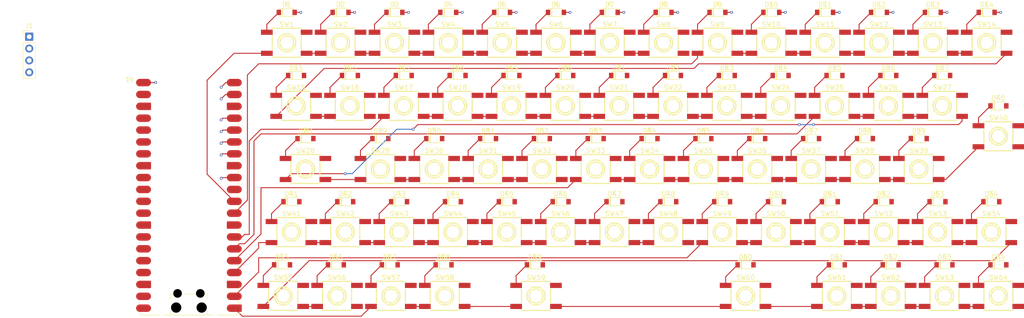
<source format=kicad_pcb>
(kicad_pcb (version 20241229) (generator "pcbnew") (generator_version "9.0")
  (layers (0 "F.Cu" signal) (2 "B.Cu" signal) (13 "F.Paste" user) (15 "B.Paste" user) (5 "F.SilkS" user "F.Silkscreen") (7 "B.SilkS" user "B.Silkscreen") (1 "F.Mask" user) (3 "B.Mask" user) (25 "Edge.Cuts" user))
  (net 0 "")
  (net 1 "Net-(A1-GPIO14)")
  (net 2 "Net-(A1-GPIO13)")
  (net 4 "Net-(A1-GPIO1)")
  (net 5 "Net-(A1-GPIO2)")
  (net 7 "Net-(A1-GPIO0)")
  (net 12 "Net-(A1-GPIO16)")
  (net 13 "Net-(A1-GPIO18)")
  (net 15 "Net-(A1-GPIO5)")
  (net 16 "Net-(A1-GPIO7)")
  (net 17 "Net-(A1-GPIO11)")
  (net 18 "Net-(A1-GPIO15)")
  (net 19 "Net-(A1-GPIO9)")
  (net 20 "Net-(A1-GPIO19)")
  (net 21 "Net-(A1-GPIO10)")
  (net 23 "Net-(A1-GPIO4)")
  (net 26 "Net-(A1-GPIO12)")
  (net 27 "Net-(A1-GPIO3)")
  (net 29 "Net-(A1-GPIO6)")
  (net 31 "Net-(A1-3V3)")
  (net 32 "Net-(D1-K)")
  (net 33 "Net-(D2-K)")
  (net 34 "Net-(D3-K)")
  (net 35 "Net-(D4-K)")
  (net 36 "Net-(D5-K)")
  (net 37 "Net-(D6-K)")
  (net 38 "Net-(D7-K)")
  (net 39 "Net-(D8-K)")
  (net 40 "Net-(D9-K)")
  (net 41 "Net-(D10-K)")
  (net 42 "Net-(D11-K)")
  (net 43 "Net-(D12-K)")
  (net 44 "Net-(D13-K)")
  (net 45 "Net-(D14-K)")
  (net 46 "Net-(D15-K)")
  (net 47 "Net-(D16-K)")
  (net 48 "Net-(D17-K)")
  (net 49 "Net-(D18-K)")
  (net 50 "Net-(D19-K)")
  (net 51 "Net-(D20-K)")
  (net 52 "Net-(D21-K)")
  (net 53 "Net-(D22-K)")
  (net 54 "Net-(D23-K)")
  (net 55 "Net-(D24-K)")
  (net 56 "Net-(D25-K)")
  (net 57 "Net-(D26-K)")
  (net 58 "Net-(D27-K)")
  (net 59 "Net-(D28-K)")
  (net 60 "Net-(D29-K)")
  (net 61 "Net-(D30-K)")
  (net 62 "Net-(D31-K)")
  (net 63 "Net-(D32-K)")
  (net 64 "Net-(D33-K)")
  (net 65 "Net-(D34-K)")
  (net 66 "Net-(D35-K)")
  (net 67 "Net-(D36-K)")
  (net 68 "Net-(D37-K)")
  (net 69 "Net-(D38-K)")
  (net 70 "Net-(D39-K)")
  (net 71 "Net-(D40-K)")
  (net 72 "Net-(D41-K)")
  (net 73 "Net-(D42-K)")
  (net 74 "Net-(D43-K)")
  (net 75 "Net-(D44-K)")
  (net 76 "Net-(D45-K)")
  (net 77 "Net-(D46-K)")
  (net 78 "Net-(D47-K)")
  (net 79 "Net-(D48-K)")
  (net 80 "Net-(D49-K)")
  (net 81 "Net-(D50-K)")
  (net 82 "Net-(D51-K)")
  (net 83 "Net-(D52-K)")
  (net 84 "Net-(D53-K)")
  (net 85 "Net-(D54-K)")
  (net 86 "Net-(D55-K)")
  (net 87 "Net-(D56-K)")
  (net 88 "Net-(D57-K)")
  (net 89 "Net-(D58-K)")
  (net 90 "Net-(D59-K)")
  (net 91 "Net-(D60-K)")
  (net 92 "Net-(D61-K)")
  (net 93 "Net-(D63-K)")
  (net 94 "Net-(D64-K)")
  (net 95 "Net-(D62-K)")
  (net 96 "Net-(J1-Pin_1)")
  (net 100 "Net-(SW1-Pad4)")
  (net 101 "Net-(SW2-Pad4)")
  (net 103 "Net-(SW3-Pad4)")
  (net 105 "Net-(SW4-Pad4)")
  (net 107 "Net-(SW5-Pad4)")
  (net 109 "Net-(SW6-Pad4)")
  (net 111 "Net-(SW7-Pad4)")
  (net 115 "Net-(SW10-Pad3)")
  (net 118 "Net-(SW10-Pad4)")
  (net 119 "Net-(SW11-Pad4)")
  (net 122 "Net-(SW12-Pad4)")
  (net 123 "Net-(SW13-Pad4)")
  (net 126 "Net-(SW14-Pad4)")
  (net 128 "Net-(SW15-Pad4)")
  (net 132 "Net-(SW17-Pad4)")
  (net 133 "Net-(SW18-Pad4)")
  (net 136 "Net-(SW19-Pad4)")
  (net 137 "Net-(SW20-Pad4)")
  (net 139 "Net-(SW21-Pad4)")
  (net 141 "Net-(SW22-Pad4)")
  (net 144 "Net-(SW23-Pad4)")
  (net 148 "Net-(SW25-Pad4)")
  (net 149 "Net-(SW26-Pad4)")
  (net 152 "Net-(SW27-Pad4)")
  (net 154 "Net-(SW28-Pad4)")
  (net 155 "Net-(SW29-Pad4)")
  (net 158 "Net-(SW30-Pad4)")
  (net 159 "Net-(SW31-Pad4)")
  (net 164 "Net-(SW33-Pad4)")
  (net 165 "Net-(SW34-Pad4)")
  (net 167 "Net-(SW35-Pad4)")
  (net 169 "Net-(SW36-Pad4)")
  (net 172 "Net-(SW37-Pad4)")
  (net 173 "Net-(SW38-Pad4)")
  (net 175 "Net-(SW39-Pad4)")
  (net 180 "Net-(SW41-Pad4)")
  (net 181 "Net-(SW42-Pad4)")
  (net 183 "Net-(SW43-Pad4)")
  (net 185 "Net-(SW44-Pad4)")
  (net 188 "Net-(SW45-Pad4)")
  (net 190 "Net-(SW46-Pad4)")
  (net 191 "Net-(SW47-Pad4)")
  (net 195 "Net-(SW49-Pad4)")
  (net 198 "Net-(SW50-Pad4)")
  (net 199 "Net-(SW51-Pad4)")
  (net 201 "Net-(SW52-Pad4)")
  (net 203 "Net-(SW53-Pad4)")
  (net 206 "Net-(SW54-Pad4)")
  (net 208 "Net-(SW55-Pad4)")
  (net 211 "Net-(SW57-Pad4)")
  (net 214 "Net-(SW58-Pad4)")
  (net 216 "Net-(SW59-Pad4)")
  (net 217 "Net-(SW60-Pad4)")
  (net 219 "Net-(SW61-Pad4)")
  (net 222 "Net-(SW62-Pad4)")
  (net 223 "Net-(SW63-Pad4)")
  (footprint "Diode_SMD:SOD-123_L2.8-W1.8-LS3.7-RD" (layer "F.Cu") (at 114 61.5)
    (property "Reference" "D29")
    (property "Value" "1N4148")
  )
  (footprint "Diode_SMD:SOD-123_L2.8-W1.8-LS3.7-RD" (layer "F.Cu") (at 128.5 34.5)
    (property "Reference" "D4")
    (property "Value" "1N4148")
  )
  (footprint "Button_Switch_SMD:SW-SMD_4P-L6.2-W6.2-P4.50-LS8.6" (layer "F.Cu") (at 148.5 68.005)
    (property "Reference" "SW32")
    (property "Value" "SW_Push")
  )
  (footprint "Button_Switch_SMD:SW-SMD_4P-L6.2-W6.2-P4.50-LS8.6" (layer "F.Cu") (at 198.5 81.5)
    (property "Reference" "SW50")
    (property "Value" "SW_Push")
  )
  (footprint "Button_Switch_SMD:SW-SMD_4P-L6.2-W6.2-P4.50-LS8.6" (layer "F.Cu") (at 246 95.158)
    (property "Reference" "SW64")
    (property "Value" "SW_Push")
  )
  (footprint "Diode_SMD:SOD-123_L2.8-W1.8-LS3.7-RD" (layer "F.Cu") (at 96 48)
    (property "Reference" "D15")
    (property "Value" "1N4148")
  )
  (footprint "Diode_SMD:SOD-123_L2.8-W1.8-LS3.7-RD" (layer "F.Cu") (at 165 48)
    (property "Reference" "D21")
    (property "Value" "1N4148")
  )
  (footprint "Diode_SMD:SOD-123_L2.8-W1.8-LS3.7-RD" (layer "F.Cu") (at 221.5 75)
    (property "Reference" "D52")
    (property "Value" "1N4148")
  )
  (footprint "Button_Switch_SMD:SW-SMD_4P-L6.2-W6.2-P4.50-LS8.6" (layer "F.Cu") (at 211 54.5)
    (property "Reference" "SW25")
    (property "Value" "SW_Push")
  )
  (footprint "Button_Switch_SMD:SW-SMD_4P-L6.2-W6.2-P4.50-LS8.6" (layer "F.Cu") (at 116.25 95.158)
    (property "Reference" "SW57")
    (property "Value" "SW_Push")
  )
  (footprint "Diode_SMD:SOD-123_L2.8-W1.8-LS3.7-RD" (layer "F.Cu") (at 95 75)
    (property "Reference" "D41")
    (property "Value" "1N4148")
  )
  (footprint "Button_Switch_SMD:SW-SMD_4P-L6.2-W6.2-P4.50-LS8.6" (layer "F.Cu") (at 163 41)
    (property "Reference" "SW7")
    (property "Value" "SW_Push")
  )
  (footprint "Button_Switch_SMD:SW-SMD_4P-L6.2-W6.2-P4.50-LS8.6" (layer "F.Cu") (at 220.5 41)
    (property "Reference" "SW12")
    (property "Value" "SW_Push")
  )
  (footprint "Diode_SMD:SOD-123_L2.8-W1.8-LS3.7-RD" (layer "F.Cu") (at 175.5 75)
    (property "Reference" "D48")
    (property "Value" "1N4148")
  )
  (footprint "Diode_SMD:SOD-123_L2.8-W1.8-LS3.7-RD" (layer "F.Cu") (at 206 61.5)
    (property "Reference" "D37")
    (property "Value" "1N4148")
  )
  (footprint "Button_Switch_SMD:SW-SMD_4P-L6.2-W6.2-P4.50-LS8.6" (layer "F.Cu") (at 223 95.158)
    (property "Reference" "SW62")
    (property "Value" "SW_Push")
  )
  (footprint "Diode_SMD:SOD-123_L2.8-W1.8-LS3.7-RD" (layer "F.Cu") (at 130.5 48)
    (property "Reference" "D18")
    (property "Value" "1N4148")
  )
  (footprint "Diode_SMD:SOD-123_L2.8-W1.8-LS3.7-RD" (layer "F.Cu") (at 244.5 75)
    (property "Reference" "D54")
    (property "Value" "1N4148")
  )
  (footprint "Button_Switch_SMD:SW-SMD_4P-L6.2-W6.2-P4.50-LS8.6" (layer "F.Cu") (at 165 54.5)
    (property "Reference" "SW21")
    (property "Value" "SW_Push")
  )
  (footprint "Button_Switch_SMD:SW-SMD_4P-L6.2-W6.2-P4.50-LS8.6" (layer "F.Cu") (at 175.5 81.5)
    (property "Reference" "SW48")
    (property "Value" "SW_Push")
  )
  (footprint "Diode_SMD:SOD-123_L2.8-W1.8-LS3.7-RD" (layer "F.Cu") (at 118 75)
    (property "Reference" "D43")
    (property "Value" "1N4148")
  )
  (footprint "Diode_SMD:SOD-123_L2.8-W1.8-LS3.7-RD" (layer "F.Cu") (at 129.5 75)
    (property "Reference" "D44")
    (property "Value" "1N4148")
  )
  (footprint "Diode_SMD:SOD-123_L2.8-W1.8-LS3.7-RD" (layer "F.Cu") (at 164 75)
    (property "Reference" "D47")
    (property "Value" "1N4148")
  )
  (footprint "Button_Switch_SMD:SW-SMD_4P-L6.2-W6.2-P4.50-LS8.6" (layer "F.Cu") (at 244.5 81.5)
    (property "Reference" "SW54")
    (property "Value" "SW_Push")
  )
  (footprint "Diode_SMD:SOD-123_L2.8-W1.8-LS3.7-RD" (layer "F.Cu") (at 141 75)
    (property "Reference" "D45")
    (property "Value" "1N4148")
  )
  (footprint "Button_Switch_SMD:SW-SMD_4P-L6.2-W6.2-P4.50-LS8.6" (layer "F.Cu") (at 243.5 41)
    (property "Reference" "SW14")
    (property "Value" "SW_Push")
  )
  (footprint "Button_Switch_SMD:SW-SMD_4P-L6.2-W6.2-P4.50-LS8.6" (layer "F.Cu") (at 141 81.5)
    (property "Reference" "SW45")
    (property "Value" "SW_Push")
  )
  (footprint "Diode_SMD:SOD-123_L2.8-W1.8-LS3.7-RD" (layer "F.Cu") (at 209 34.5)
    (property "Reference" "D11")
    (property "Value" "1N4148")
  )
  (footprint "Diode_SMD:SOD-123_L2.8-W1.8-LS3.7-RD" (layer "F.Cu") (at 93 88.5)
    (property "Reference" "D55")
    (property "Value" "1N4148")
  )
  (footprint "Button_Switch_SMD:SW-SMD_4P-L6.2-W6.2-P4.50-LS8.6" (layer "F.Cu") (at 209 41)
    (property "Reference" "SW11")
    (property "Value" "SW_Push")
  )
  (footprint "Diode_SMD:SOD-123_L2.8-W1.8-LS3.7-RD" (layer "F.Cu") (at 188 48)
    (property "Reference" "D23")
    (property "Value" "1N4148")
  )
  (footprint "Button_Switch_SMD:SW-SMD_4P-L6.2-W6.2-P4.50-LS8.6" (layer "F.Cu") (at 137 68.005)
    (property "Reference" "SW31")
    (property "Value" "SW_Push")
  )
  (footprint "Button_Switch_SMD:SW-SMD_4P-L6.2-W6.2-P4.50-LS8.6" (layer "F.Cu") (at 107.5 54.5)
    (property "Reference" "SW16")
    (property "Value" "SW_Push")
  )
  (footprint "Button_Switch_SMD:SW-SMD_4P-L6.2-W6.2-P4.50-LS8.6" (layer "F.Cu") (at 221.5 81.5)
    (property "Reference" "SW52")
    (property "Value" "SW_Push")
  )
  (footprint "Button_Switch_SMD:SW-SMD_4P-L6.2-W6.2-P4.50-LS8.6" (layer "F.Cu") (at 206 68.005)
    (property "Reference" "SW37")
    (property "Value" "SW_Push")
  )
  (footprint "Diode_SMD:SOD-123_L2.8-W1.8-LS3.7-RD" (layer "F.Cu") (at 186 34.5)
    (property "Reference" "D9")
    (property "Value" "1N4148")
  )
  (footprint "Button_Switch_SMD:SW-SMD_4P-L6.2-W6.2-P4.50-LS8.6" (layer "F.Cu") (at 174.5 41)
    (property "Reference" "SW8")
    (property "Value" "SW_Push")
  )
  (footprint "Diode_SMD:SOD-123_L2.8-W1.8-LS3.7-RD" (layer "F.Cu") (at 223 88.5)
    (property "Reference" "D62")
    (property "Value" "1N4148")
  )
  (footprint "Diode_SMD:SOD-123_L2.8-W1.8-LS3.7-RD" (layer "F.Cu") (at 106.5 75)
    (property "Reference" "D42")
    (property "Value" "1N4148")
  )
  (footprint "Button_Switch_SMD:SW-SMD_4P-L6.2-W6.2-P4.50-LS8.6" (layer "F.Cu") (at 153.5 54.5)
    (property "Reference" "SW20")
    (property "Value" "SW_Push")
  )
  (footprint "Button_Switch_SMD:SW-SMD_4P-L6.2-W6.2-P4.50-LS8.6" (layer "F.Cu") (at 176.5 54.5)
    (property "Reference" "SW22")
    (property "Value" "SW_Push")
  )
  (footprint "Diode_SMD:SOD-123_L2.8-W1.8-LS3.7-RD" (layer "F.Cu") (at 151.5 34.5)
    (property "Reference" "D6")
    (property "Value" "1N4148")
  )
  (footprint "Button_Switch_SMD:SW-SMD_4P-L6.2-W6.2-P4.50-LS8.6" (layer "F.Cu") (at 222.5 54.5)
    (property "Reference" "SW26")
    (property "Value" "SW_Push")
  )
  (footprint "Button_Switch_SMD:SW-SMD_4P-L6.2-W6.2-P4.50-LS8.6" (layer "F.Cu") (at 211.5 95.158)
    (property "Reference" "SW61")
    (property "Value" "SW_Push")
  )
  (footprint "Button_Switch_SMD:SW-SMD_4P-L6.2-W6.2-P4.50-LS8.6" (layer "F.Cu") (at 127.75 95.158)
    (property "Reference" "SW58")
    (property "Value" "SW_Push")
  )
  (footprint "Button_Switch_SMD:SW-SMD_4P-L6.2-W6.2-P4.50-LS8.6" (layer "F.Cu") (at 129.5 81.5)
    (property "Reference" "SW44")
    (property "Value" "SW_Push")
  )
  (footprint "Diode_SMD:SOD-123_L2.8-W1.8-LS3.7-RD" (layer "F.Cu") (at 98 61.5)
    (property "Reference" "D28")
    (property "Value" "1N4148")
  )
  (footprint "Diode_SMD:SOD-123_L2.8-W1.8-LS3.7-RD" (layer "F.Cu") (at 197.5 34.5)
    (property "Reference" "D10")
    (property "Value" "1N4148")
  )
  (footprint "Diode_SMD:SOD-123_L2.8-W1.8-LS3.7-RD" (layer "F.Cu") (at 211.5 88.5)
    (property "Reference" "D61")
    (property "Value" "1N4148")
  )
  (footprint "Button_Switch_SMD:SW-SMD_4P-L6.2-W6.2-P4.50-LS8.6" (layer "F.Cu") (at 183 68.005)
    (property "Reference" "SW35")
    (property "Value" "SW_Push")
  )
  (footprint "Diode_SMD:SOD-123_L2.8-W1.8-LS3.7-RD" (layer "F.Cu") (at 116 88.5)
    (property "Reference" "D57")
    (property "Value" "1N4148")
  )
  (footprint "Diode_SMD:SOD-123_L2.8-W1.8-LS3.7-RD" (layer "F.Cu") (at 148.5 61.5)
    (property "Reference" "D32")
    (property "Value" "1N4148")
  )
  (footprint "Diode_SMD:SOD-123_L2.8-W1.8-LS3.7-RD" (layer "F.Cu") (at 117 34.5)
    (property "Reference" "D3")
    (property "Value" "1N4148")
  )
  (footprint "Diode_SMD:SOD-123_L2.8-W1.8-LS3.7-RD" (layer "F.Cu") (at 243.5 34.5)
    (property "Reference" "D14")
    (property "Value" "1N4148")
  )
  (footprint "Button_Switch_SMD:SW-SMD_4P-L6.2-W6.2-P4.50-LS8.6" (layer "F.Cu") (at 234.5 95.158)
    (property "Reference" "SW63")
    (property "Value" "SW_Push")
  )
  (footprint "Button_Switch_SMD:SW-SMD_4P-L6.2-W6.2-P4.50-LS8.6" (layer "F.Cu") (at 93.25 95.158)
    (property "Reference" "SW55")
    (property "Value" "SW_Push")
  )
  (footprint "Diode_SMD:SOD-123_L2.8-W1.8-LS3.7-RD" (layer "F.Cu") (at 176.5 48)
    (property "Reference" "D22")
    (property "Value" "1N4148")
  )
  (footprint "Button_Switch_SMD:SW-SMD_4P-L6.2-W6.2-P4.50-LS8.6" (layer "F.Cu") (at 152.5 81.5)
    (property "Reference" "SW46")
    (property "Value" "SW_Push")
  )
  (footprint "Diode_SMD:SOD-123_L2.8-W1.8-LS3.7-RD" (layer "F.Cu") (at 210 75)
    (property "Reference" "D51")
    (property "Value" "1N4148")
  )
  (footprint "Diode_SMD:SOD-123_L2.8-W1.8-LS3.7-RD" (layer "F.Cu") (at 234.5 88.5)
    (property "Reference" "D63")
    (property "Value" "1N4148")
  )
  (footprint "Diode_SMD:SOD-123_L2.8-W1.8-LS3.7-RD" (layer "F.Cu") (at 107.5 48)
    (property "Reference" "D16")
    (property "Value" "1N4148")
  )
  (footprint "Diode_SMD:SOD-123_L2.8-W1.8-LS3.7-RD" (layer "F.Cu") (at 217.5 61.5)
    (property "Reference" "D38")
    (property "Value" "1N4148")
  )
  (footprint "Button_Switch_SMD:SW-SMD_4P-L6.2-W6.2-P4.50-LS8.6" (layer "F.Cu") (at 229 68.005)
    (property "Reference" "SW39")
    (property "Value" "SW_Push")
  )
  (footprint "Button_Switch_SMD:SW-SMD_4P-L6.2-W6.2-P4.50-LS8.6" (layer "F.Cu") (at 128.5 41)
    (property "Reference" "SW4")
    (property "Value" "SW_Push")
  )
  (footprint "Diode_SMD:SOD-123_L2.8-W1.8-LS3.7-RD" (layer "F.Cu") (at 142 48)
    (property "Reference" "D19")
    (property "Value" "1N4148")
  )
  (footprint "Diode_SMD:SOD-123_L2.8-W1.8-LS3.7-RD" (layer "F.Cu") (at 105.5 34.5)
    (property "Reference" "D2")
    (property "Value" "1N4148")
  )
  (footprint "Button_Switch_SMD:SW-SMD_4P-L6.2-W6.2-P4.50-LS8.6" (layer "F.Cu") (at 217.5 68.005)
    (property "Reference" "SW38")
    (property "Value" "SW_Push")
  )
  (footprint "Button_Switch_SMD:SW-SMD_4P-L6.2-W6.2-P4.50-LS8.6" (layer "F.Cu") (at 210 81.5)
    (property "Reference" "SW51")
    (property "Value" "SW_Push")
  )
  (footprint "Button_Switch_SMD:SW-SMD_4P-L6.2-W6.2-P4.50-LS8.6" (layer "F.Cu") (at 233 81.5)
    (property "Reference" "SW53")
    (property "Value" "SW_Push")
  )
  (footprint "Button_Switch_SMD:SW-SMD_4P-L6.2-W6.2-P4.50-LS8.6" (layer "F.Cu") (at 194.5 68.005)
    (property "Reference" "SW36")
    (property "Value" "SW_Push")
  )
  (footprint "Diode_SMD:SOD-123_L2.8-W1.8-LS3.7-RD" (layer "F.Cu") (at 192 88.5)
    (property "Reference" "D60")
    (property "Value" "1N4148")
  )
  (footprint "Button_Switch_SMD:SW-SMD_4P-L6.2-W6.2-P4.50-LS8.6" (layer "F.Cu") (at 142 54.5)
    (property "Reference" "SW19")
    (property "Value" "SW_Push")
  )
  (footprint "Button_Switch_SMD:SW-SMD_4P-L6.2-W6.2-P4.50-LS8.6" (layer "F.Cu") (at 186 41)
    (property "Reference" "SW9")
    (property "Value" "SW_Push")
  )
  (footprint "Button_Switch_SMD:SW-SMD_4P-L6.2-W6.2-P4.50-LS8.6" (layer "F.Cu") (at 192 95.158)
    (property "Reference" "SW60")
    (property "Value" "SW_Push")
  )
  (footprint "Diode_SMD:SOD-123_L2.8-W1.8-LS3.7-RD" (layer "F.Cu") (at 160 61.5)
    (property "Reference" "D33")
    (property "Value" "1N4148")
  )
  (footprint "Button_Switch_SMD:SW-SMD_4P-L6.2-W6.2-P4.50-LS8.6" (layer "F.Cu") (at 105.5 41)
    (property "Reference" "SW2")
    (property "Value" "SW_Push")
  )
  (footprint "Diode_SMD:SOD-123_L2.8-W1.8-LS3.7-RD" (layer "F.Cu") (at 153.5 48)
    (property "Reference" "D20")
    (property "Value" "1N4148")
  )
  (footprint "Button_Switch_SMD:SW-SMD_4P-L6.2-W6.2-P4.50-LS8.6" (layer "F.Cu") (at 117 41)
    (property "Reference" "SW3")
    (property "Value" "SW_Push")
  )
  (footprint "Button_Switch_SMD:SW-SMD_4P-L6.2-W6.2-P4.50-LS8.6" (layer "F.Cu") (at 125.5 68.005)
    (property "Reference" "SW30")
    (property "Value" "SW_Push")
  )
  (footprint "Connector_PinHeader_2.54mm:PinHeader_1x04_P2.54mm_Vertical" (layer "F.Cu") (at 39 39.7)
    (property "Reference" "J1")
    (property "Value" "Conn_01x04_Pin")
  )
  (footprint "Button_Switch_SMD:SW-SMD_4P-L6.2-W6.2-P4.50-LS8.6" (layer "F.Cu") (at 95 81.5)
    (property "Reference" "SW41")
    (property "Value" "SW_Push")
  )
  (footprint "Diode_SMD:SOD-123_L2.8-W1.8-LS3.7-RD" (layer "F.Cu") (at 222.5 48)
    (property "Reference" "D26")
    (property "Value" "1N4148")
  )
  (footprint "Diode_SMD:SOD-123_L2.8-W1.8-LS3.7-RD" (layer "F.Cu") (at 171.5 61.5)
    (property "Reference" "D34")
    (property "Value" "1N4148")
  )
  (footprint "Button_Switch_SMD:SW-SMD_4P-L6.2-W6.2-P4.50-LS8.6" (layer "F.Cu") (at 188 54.5)
    (property "Reference" "SW23")
    (property "Value" "SW_Push")
  )
  (footprint "Button_Switch_SMD:SW-SMD_4P-L6.2-W6.2-P4.50-LS8.6" (layer "F.Cu") (at 147.25 95.158)
    (property "Reference" "SW59")
    (property "Value" "SW_Push")
  )
  (footprint "Button_Switch_SMD:SW-SMD_4P-L6.2-W6.2-P4.50-LS8.6" (layer "F.Cu") (at 130.5 54.5)
    (property "Reference" "SW18")
    (property "Value" "SW_Push")
  )
  (footprint "Button_Switch_SMD:SW-SMD_4P-L6.2-W6.2-P4.50-LS8.6" (layer "F.Cu") (at 104.75 95.158)
    (property "Reference" "SW56")
    (property "Value" "SW_Push")
  )
  (footprint "Button_Switch_SMD:SW-SMD_4P-L6.2-W6.2-P4.50-LS8.6" (layer "F.Cu") (at 114 68.005)
    (property "Reference" "SW29")
    (property "Value" "SW_Push")
  )
  (footprint "Diode_SMD:SOD-123_L2.8-W1.8-LS3.7-RD" (layer "F.Cu") (at 94 34.5)
    (property "Reference" "D1")
    (property "Value" "1N4148")
  )
  (footprint "Diode_SMD:SOD-123_L2.8-W1.8-LS3.7-RD" (layer "F.Cu") (at 152.5 75)
    (property "Reference" "D46")
    (property "Value" "1N4148")
  )
  (footprint "Button_Switch_SMD:SW-SMD_4P-L6.2-W6.2-P4.50-LS8.6" (layer "F.Cu") (at 118 81.5)
    (property "Reference" "SW43")
    (property "Value" "SW_Push")
  )
  (footprint "Button_Switch_SMD:SW-SMD_4P-L6.2-W6.2-P4.50-LS8.6" (layer "F.Cu") (at 151.5 41)
    (property "Reference" "SW6")
    (property "Value" "SW_Push")
  )
  (footprint "Diode_SMD:SOD-123_L2.8-W1.8-LS3.7-RD" (layer "F.Cu") (at 211 48)
    (property "Reference" "D25")
    (property "Value" "1N4148")
  )
  (footprint "Diode_SMD:SOD-123_L2.8-W1.8-LS3.7-RD" (layer "F.Cu") (at 125.5 61.5)
    (property "Reference" "D30")
    (property "Value" "1N4148")
  )
  (footprint "Diode_SMD:SOD-123_L2.8-W1.8-LS3.7-RD" (layer "F.Cu") (at 127.5 88.5)
    (property "Reference" "D58")
    (property "Value" "1N4148")
  )
  (footprint "Diode_SMD:SOD-123_L2.8-W1.8-LS3.7-RD" (layer "F.Cu") (at 147 88.5)
    (property "Reference" "D59")
    (property "Value" "1N4148")
  )
  (footprint "Diode_SMD:SOD-123_L2.8-W1.8-LS3.7-RD" (layer "F.Cu") (at 234 48)
    (property "Reference" "D27")
    (property "Value" "1N4148")
  )
  (footprint "Diode_SMD:SOD-123_L2.8-W1.8-LS3.7-RD" (layer "F.Cu") (at 140 34.5)
    (property "Reference" "D5")
    (property "Value" "1N4148")
  )
  (footprint "Diode_SMD:SOD-123_L2.8-W1.8-LS3.7-RD" (layer "F.Cu") (at 137 61.5)
    (property "Reference" "D31")
    (property "Value" "1N4148")
  )
  (footprint "Module:RaspberryPi_Pico_W_SMD_HandSolder" (layer "F.Cu") (at 73.11 73.65 180)
    (property "Reference" "A1")
    (property "Value" "RaspberryPi_Pico_W")
  )
  (footprint "Button_Switch_SMD:SW-SMD_4P-L6.2-W6.2-P4.50-LS8.6" (layer "F.Cu") (at 164 81.5)
    (property "Reference" "SW47")
    (property "Value" "SW_Push")
  )
  (footprint "Diode_SMD:SOD-123_L2.8-W1.8-LS3.7-RD" (layer "F.Cu") (at 187 75)
    (property "Reference" "D49")
    (property "Value" "1N4148")
  )
  (footprint "Button_Switch_SMD:SW-SMD_4P-L6.2-W6.2-P4.50-LS8.6" (layer "F.Cu") (at 106.5 81.5)
    (property "Reference" "SW42")
    (property "Value" "SW_Push")
  )
  (footprint "Diode_SMD:SOD-123_L2.8-W1.8-LS3.7-RD" (layer "F.Cu") (at 183 61.5)
    (property "Reference" "D35")
    (property "Value" "1N4148")
  )
  (footprint "Button_Switch_SMD:SW-SMD_4P-L6.2-W6.2-P4.50-LS8.6" (layer "F.Cu") (at 140 41)
    (property "Reference" "SW5")
    (property "Value" "SW_Push")
  )
  (footprint "Button_Switch_SMD:SW-SMD_4P-L6.2-W6.2-P4.50-LS8.6" (layer "F.Cu") (at 119 54.5)
    (property "Reference" "SW17")
    (property "Value" "SW_Push")
  )
  (footprint "Diode_SMD:SOD-123_L2.8-W1.8-LS3.7-RD" (layer "F.Cu") (at 119 48)
    (property "Reference" "D17")
    (property "Value" "1N4148")
  )
  (footprint "Button_Switch_SMD:SW-SMD_4P-L6.2-W6.2-P4.50-LS8.6" (layer "F.Cu") (at 246 61)
    (property "Reference" "SW40")
    (property "Value" "SW_Push")
  )
  (footprint "Button_Switch_SMD:SW-SMD_4P-L6.2-W6.2-P4.50-LS8.6" (layer "F.Cu") (at 160 68.005)
    (property "Reference" "SW33")
    (property "Value" "SW_Push")
  )
  (footprint "Button_Switch_SMD:SW-SMD_4P-L6.2-W6.2-P4.50-LS8.6" (layer "F.Cu") (at 94 41)
    (property "Reference" "SW1")
    (property "Value" "SW_Push")
  )
  (footprint "Diode_SMD:SOD-123_L2.8-W1.8-LS3.7-RD" (layer "F.Cu") (at 229 61.5)
    (property "Reference" "D39")
    (property "Value" "1N4148")
  )
  (footprint "Button_Switch_SMD:SW-SMD_4P-L6.2-W6.2-P4.50-LS8.6" (layer "F.Cu") (at 234 54.5)
    (property "Reference" "SW27")
    (property "Value" "SW_Push")
  )
  (footprint "Diode_SMD:SOD-123_L2.8-W1.8-LS3.7-RD" (layer "F.Cu") (at 232 34.5)
    (property "Reference" "D13")
    (property "Value" "1N4148")
  )
  (footprint "Button_Switch_SMD:SW-SMD_4P-L6.2-W6.2-P4.50-LS8.6" (layer "F.Cu") (at 199.5 54.5)
    (property "Reference" "SW24")
    (property "Value" "SW_Push")
  )
  (footprint "Button_Switch_SMD:SW-SMD_4P-L6.2-W6.2-P4.50-LS8.6" (layer "F.Cu") (at 197.5 41)
    (property "Reference" "SW10")
    (property "Value" "SW_Push")
  )
  (footprint "Button_Switch_SMD:SW-SMD_4P-L6.2-W6.2-P4.50-LS8.6" (layer "F.Cu") (at 187 81.5)
    (property "Reference" "SW49")
    (property "Value" "SW_Push")
  )
  (footprint "Button_Switch_SMD:SW-SMD_4P-L6.2-W6.2-P4.50-LS8.6" (layer "F.Cu") (at 98 68.005)
    (property "Reference" "SW28")
    (property "Value" "SW_Push")
  )
  (footprint "Diode_SMD:SOD-123_L2.8-W1.8-LS3.7-RD" (layer "F.Cu") (at 220.5 34.5)
    (property "Reference" "D12")
    (property "Value" "1N4148")
  )
  (footprint "Diode_SMD:SOD-123_L2.8-W1.8-LS3.7-RD" (layer "F.Cu") (at 233 75)
    (property "Reference" "D53")
    (property "Value" "1N4148")
  )
  (footprint "Diode_SMD:SOD-123_L2.8-W1.8-LS3.7-RD" (layer "F.Cu") (at 194.5 61.5)
    (property "Reference" "D36")
    (property "Value" "1N4148")
  )
  (footprint "Diode_SMD:SOD-123_L2.8-W1.8-LS3.7-RD" (layer "F.Cu") (at 199.5 48)
    (property "Reference" "D24")
    (property "Value" "1N4148")
  )
  (footprint "Diode_SMD:SOD-123_L2.8-W1.8-LS3.7-RD" (layer "F.Cu") (at 163 34.5)
    (property "Reference" "D7")
    (property "Value" "1N4148")
  )
  (footprint "Button_Switch_SMD:SW-SMD_4P-L6.2-W6.2-P4.50-LS8.6" (layer "F.Cu") (at 232 41)
    (property "Reference" "SW13")
    (property "Value" "SW_Push")
  )
  (footprint "Diode_SMD:SOD-123_L2.8-W1.8-LS3.7-RD" (layer "F.Cu") (at 174.5 34.5)
    (property "Reference" "D8")
    (property "Value" "1N4148")
  )
  (footprint "Diode_SMD:SOD-123_L2.8-W1.8-LS3.7-RD" (layer "F.Cu") (at 246 88.5)
    (property "Reference" "D64")
    (property "Value" "1N4148")
  )
  (footprint "Button_Switch_SMD:SW-SMD_4P-L6.2-W6.2-P4.50-LS8.6" (layer "F.Cu") (at 171.5 68.005)
    (property "Reference" "SW34")
    (property "Value" "SW_Push")
  )
  (footprint "Button_Switch_SMD:SW-SMD_4P-L6.2-W6.2-P4.50-LS8.6" (layer "F.Cu") (at 96 54.5)
    (property "Reference" "SW15")
    (property "Value" "SW_Push")
  )
  (footprint "Diode_SMD:SOD-123_L2.8-W1.8-LS3.7-RD" (layer "F.Cu") (at 246 54.5)
    (property "Reference" "D40")
    (property "Value" "1N4148")
  )
  (footprint "Diode_SMD:SOD-123_L2.8-W1.8-LS3.7-RD" (layer "F.Cu") (at 104.5 88.5)
    (property "Reference" "D56")
    (property "Value" "1N4148")
  )
  (footprint "Diode_SMD:SOD-123_L2.8-W1.8-LS3.7-RD" (layer "F.Cu") (at 198.5 75)
    (property "Reference" "D50")
    (property "Value" "1N4148")
  )
  (segment (start 210.6925 34.5) (end 212 34.5) (width 0.2) (layer "F.Cu") (net 1))
  (segment (start 118.6925 34.5) (end 120 34.5) (width 0.2) (layer "F.Cu") (net 1))
  (segment (start 80.94 52.06) (end 80 53) (width 0.2) (layer "F.Cu") (net 1))
  (segment (start 82.8 52.06) (end 80.94 52.06) (width 0.2) (layer "F.Cu") (net 1))
  (via (at 212 34.5) (size 0.6) (drill 0.3) (layers "F.Cu" "B.Cu") (net 1))
  (via (at 120 34.5) (size 0.6) (drill 0.3) (layers "F.Cu" "B.Cu") (net 1))
  (via (at 80 53) (size 0.6) (drill 0.3) (layers "F.Cu" "B.Cu") (net 1))
  (segment (start 130.1925 34.5) (end 131.5 34.5) (width 0.2) (layer "F.Cu") (net 2))
  (segment (start 80.36 57.14) (end 80 57.5) (width 0.2) (layer "F.Cu") (net 2))
  (segment (start 222.1925 34.5) (end 223.5 34.5) (width 0.2) (layer "F.Cu") (net 2))
  (segment (start 82.8 57.14) (end 80.36 57.14) (width 0.2) (layer "F.Cu") (net 2))
  (via (at 223.5 34.5) (size 0.6) (drill 0.3) (layers "F.Cu" "B.Cu") (net 2))
  (via (at 131.5 34.5) (size 0.6) (drill 0.3) (layers "F.Cu" "B.Cu") (net 2))
  (via (at 80 57.5) (size 0.6) (drill 0.3) (layers "F.Cu" "B.Cu") (net 2))
  (segment (start 182.75 83.75) (end 179.5 87) (width 0.2) (layer "F.Cu") (net 4))
  (segment (start 88 87) (end 88 90.04) (width 0.2) (layer "F.Cu") (net 4))
  (segment (start 88 90.04) (end 82.8 95.24) (width 0.2) (layer "F.Cu") (net 4))
  (segment (start 179.5 87) (end 88 87) (width 0.2) (layer "F.Cu") (net 4))
  (segment (start 88 84.96) (end 82.8 90.16) (width 0.2) (layer "F.Cu") (net 5))
  (segment (start 90.75 83.75) (end 88 83.75) (width 0.2) (layer "F.Cu") (net 5))
  (segment (start 88 83.75) (end 88 84.96) (width 0.2) (layer "F.Cu") (net 5))
  (segment (start 84.52 99.5) (end 82.8 97.78) (width 0.2) (layer "F.Cu") (net 7))
  (segment (start 112 97.408) (end 109.908 99.5) (width 0.2) (layer "F.Cu") (net 7))
  (segment (start 109.908 99.5) (end 84.52 99.5) (width 0.2) (layer "F.Cu") (net 7))
  (segment (start 187.6925 34.5) (end 189 34.5) (width 0.2) (layer "F.Cu") (net 12))
  (segment (start 95.6925 34.5) (end 97 34.5) (width 0.2) (layer "F.Cu") (net 12))
  (segment (start 65.98 49.52) (end 66 49.5) (width 0.2) (layer "F.Cu") (net 12))
  (segment (start 63.42 49.52) (end 65.98 49.52) (width 0.2) (layer "F.Cu") (net 12))
  (via (at 189 34.5) (size 0.6) (drill 0.3) (layers "F.Cu" "B.Cu") (net 12))
  (via (at 66 49.5) (size 0.6) (drill 0.3) (layers "F.Cu" "B.Cu") (net 12))
  (via (at 97 34.5) (size 0.6) (drill 0.3) (layers "F.Cu" "B.Cu") (net 12))
  (segment (start 88.5 59.5) (end 86 62) (width 0.2) (layer "F.Cu") (net 15))
  (segment (start 86 82) (end 85 82) (width 0.2) (layer "F.Cu") (net 15))
  (segment (start 85 82) (end 84.46 82.54) (width 0.2) (layer "F.Cu") (net 15))
  (segment (start 84.46 82.54) (end 82.8 82.54) (width 0.2) (layer "F.Cu") (net 15))
  (segment (start 86 62) (end 86 82) (width 0.2) (layer "F.Cu") (net 15))
  (segment (start 114.75 56.75) (end 112 59.5) (width 0.2) (layer "F.Cu") (net 15))
  (segment (start 112 59.5) (end 88.5 59.5) (width 0.2) (layer "F.Cu") (net 15))
  (segment (start 82.75 43.25) (end 77 49) (width 0.2) (layer "F.Cu") (net 16))
  (segment (start 77 69.12) (end 82.8 74.92) (width 0.2) (layer "F.Cu") (net 16))
  (segment (start 77 49) (end 77 69.12) (width 0.2) (layer "F.Cu") (net 16))
  (segment (start 89.75 43.25) (end 82.75 43.25) (width 0.2) (layer "F.Cu") (net 16))
  (segment (start 153.1925 34.5) (end 154.5 34.5) (width 0.2) (layer "F.Cu") (net 17))
  (segment (start 245.1925 34.5) (end 246.5 34.5) (width 0.2) (layer "F.Cu") (net 17))
  (segment (start 80.28 62.22) (end 80 62.5) (width 0.2) (layer "F.Cu") (net 17))
  (segment (start 82.8 62.22) (end 80.28 62.22) (width 0.2) (layer "F.Cu") (net 17))
  (via (at 80 62.5) (size 0.6) (drill 0.3) (layers "F.Cu" "B.Cu") (net 17))
  (via (at 154.5 34.5) (size 0.6) (drill 0.3) (layers "F.Cu" "B.Cu") (net 17))
  (via (at 246.5 34.5) (size 0.6) (drill 0.3) (layers "F.Cu" "B.Cu") (net 17))
  (segment (start 107.1925 34.5) (end 108.5 34.5) (width 0.2) (layer "F.Cu") (net 18))
  (segment (start 82.8 49.52) (end 80.98 49.52) (width 0.2) (layer "F.Cu") (net 18))
  (segment (start 80.98 49.52) (end 80 50.5) (width 0.2) (layer "F.Cu") (net 18))
  (segment (start 199.1925 34.5) (end 200.5 34.5) (width 0.2) (layer "F.Cu") (net 18))
  (via (at 80 50.5) (size 0.6) (drill 0.3) (layers "F.Cu" "B.Cu") (net 18))
  (via (at 108.5 34.5) (size 0.6) (drill 0.3) (layers "F.Cu" "B.Cu") (net 18))
  (via (at 200.5 34.5) (size 0.6) (drill 0.3) (layers "F.Cu" "B.Cu") (net 18))
  (segment (start 80.16 69.84) (end 80 70) (width 0.2) (layer "F.Cu") (net 19))
  (segment (start 82.8 69.84) (end 80.16 69.84) (width 0.2) (layer "F.Cu") (net 19))
  (segment (start 176.1925 34.5) (end 177.5 34.5) (width 0.2) (layer "F.Cu") (net 19))
  (via (at 177.5 34.5) (size 0.6) (drill 0.3) (layers "F.Cu" "B.Cu") (net 19))
  (via (at 80 70) (size 0.6) (drill 0.3) (layers "F.Cu" "B.Cu") (net 19))
  (segment (start 80.24 64.76) (end 80 65) (width 0.2) (layer "F.Cu") (net 21))
  (segment (start 82.8 64.76) (end 80.24 64.76) (width 0.2) (layer "F.Cu") (net 21))
  (segment (start 164.6925 34.5) (end 166 34.5) (width 0.2) (layer "F.Cu") (net 21))
  (via (at 80 65) (size 0.6) (drill 0.3) (layers "F.Cu" "B.Cu") (net 21))
  (via (at 166 34.5) (size 0.6) (drill 0.3) (layers "F.Cu" "B.Cu") (net 21))
  (segment (start 83.88 84) (end 82.8 85.08) (width 0.2) (layer "F.Cu") (net 23))
  (segment (start 87 82) (end 85 84) (width 0.2) (layer "F.Cu") (net 23))
  (segment (start 88.5 60.5) (end 87 62) (width 0.2) (layer "F.Cu") (net 23))
  (segment (start 203 60.5) (end 88.5 60.5) (width 0.2) (layer "F.Cu") (net 23))
  (segment (start 87 62) (end 87 82) (width 0.2) (layer "F.Cu") (net 23))
  (segment (start 85 84) (end 83.88 84) (width 0.2) (layer "F.Cu") (net 23))
  (segment (start 206.75 56.75) (end 203 60.5) (width 0.2) (layer "F.Cu") (net 23))
  (segment (start 141.6925 34.5) (end 143 34.5) (width 0.2) (layer "F.Cu") (net 26))
  (segment (start 80.32 59.68) (end 80 60) (width 0.2) (layer "F.Cu") (net 26))
  (segment (start 233.6925 34.5) (end 235 34.5) (width 0.2) (layer "F.Cu") (net 26))
  (segment (start 82.8 59.68) (end 80.32 59.68) (width 0.2) (layer "F.Cu") (net 26))
  (via (at 80 60) (size 0.6) (drill 0.3) (layers "F.Cu" "B.Cu") (net 26))
  (via (at 235 34.5) (size 0.6) (drill 0.3) (layers "F.Cu" "B.Cu") (net 26))
  (via (at 143 34.5) (size 0.6) (drill 0.3) (layers "F.Cu" "B.Cu") (net 26))
  (segment (start 154.005 72) (end 88.5 72) (width 0.2) (layer "F.Cu") (net 27))
  (segment (start 155.75 70.255) (end 154.005 72) (width 0.2) (layer "F.Cu") (net 27))
  (segment (start 88.5 72) (end 88.5 81.92) (width 0.2) (layer "F.Cu") (net 27))
  (segment (start 88.5 81.92) (end 82.8 87.62) (width 0.2) (layer "F.Cu") (net 27))
  (segment (start 181.75 44.25) (end 180.5 45.5) (width 0.2) (layer "F.Cu") (net 29))
  (segment (start 85.599 74.661) (end 82.8 77.46) (width 0.2) (layer "F.Cu") (net 29))
  (segment (start 181.75 43.25) (end 181.75 44.25) (width 0.2) (layer "F.Cu") (net 29))
  (segment (start 88 45.5) (end 85.599 47.901) (width 0.2) (layer "F.Cu") (net 29))
  (segment (start 85.599 47.901) (end 85.599 74.661) (width 0.2) (layer "F.Cu") (net 29))
  (segment (start 180.5 45.5) (end 88 45.5) (width 0.2) (layer "F.Cu") (net 29))
  (segment (start 89.75 37.0575) (end 92.3075 34.5) (width 0.2) (layer "F.Cu") (net 32))
  (segment (start 89.75 38.75) (end 89.75 37.0575) (width 0.2) (layer "F.Cu") (net 32))
  (segment (start 101.25 37.0575) (end 103.8075 34.5) (width 0.2) (layer "F.Cu") (net 33))
  (segment (start 101.25 38.75) (end 101.25 37.0575) (width 0.2) (layer "F.Cu") (net 33))
  (segment (start 112.75 38.75) (end 112.75 37.0575) (width 0.2) (layer "F.Cu") (net 34))
  (segment (start 112.75 37.0575) (end 115.3075 34.5) (width 0.2) (layer "F.Cu") (net 34))
  (segment (start 124.25 37.0575) (end 126.8075 34.5) (width 0.2) (layer "F.Cu") (net 35))
  (segment (start 124.25 38.75) (end 124.25 37.0575) (width 0.2) (layer "F.Cu") (net 35))
  (segment (start 135.75 38.75) (end 135.75 37.0575) (width 0.2) (layer "F.Cu") (net 36))
  (segment (start 135.75 37.0575) (end 138.3075 34.5) (width 0.2) (layer "F.Cu") (net 36))
  (segment (start 147.25 37.0575) (end 149.8075 34.5) (width 0.2) (layer "F.Cu") (net 37))
  (segment (start 147.25 38.75) (end 147.25 37.0575) (width 0.2) (layer "F.Cu") (net 37))
  (segment (start 158.75 37.0575) (end 161.3075 34.5) (width 0.2) (layer "F.Cu") (net 38))
  (segment (start 158.75 38.75) (end 158.75 37.0575) (width 0.2) (layer "F.Cu") (net 38))
  (segment (start 170.25 38.75) (end 170.25 37.0575) (width 0.2) (layer "F.Cu") (net 39))
  (segment (start 170.25 37.0575) (end 172.8075 34.5) (width 0.2) (layer "F.Cu") (net 39))
  (segment (start 181.75 37.0575) (end 184.3075 34.5) (width 0.2) (layer "F.Cu") (net 40))
  (segment (start 181.75 38.75) (end 181.75 37.0575) (width 0.2) (layer "F.Cu") (net 40))
  (segment (start 193.25 38.75) (end 193.25 37.0575) (width 0.2) (layer "F.Cu") (net 41))
  (segment (start 193.25 37.0575) (end 195.8075 34.5) (width 0.2) (layer "F.Cu") (net 41))
  (segment (start 204.75 37.0575) (end 207.3075 34.5) (width 0.2) (layer "F.Cu") (net 42))
  (segment (start 204.75 38.75) (end 204.75 37.0575) (width 0.2) (layer "F.Cu") (net 42))
  (segment (start 216.25 37.0575) (end 218.8075 34.5) (width 0.2) (layer "F.Cu") (net 43))
  (segment (start 216.25 38.75) (end 216.25 37.0575) (width 0.2) (layer "F.Cu") (net 43))
  (segment (start 227.75 38.75) (end 227.75 37.0575) (width 0.2) (layer "F.Cu") (net 44))
  (segment (start 227.75 37.0575) (end 230.3075 34.5) (width 0.2) (layer "F.Cu") (net 44))
  (segment (start 239.25 38.75) (end 239.25 37.0575) (width 0.2) (layer "F.Cu") (net 45))
  (segment (start 239.25 37.0575) (end 241.8075 34.5) (width 0.2) (layer "F.Cu") (net 45))
  (segment (start 91.75 50.5575) (end 94.3075 48) (width 0.2) (layer "F.Cu") (net 46))
  (segment (start 91.75 52.25) (end 91.75 50.5575) (width 0.2) (layer "F.Cu") (net 46))
  (segment (start 103.25 52.25) (end 103.25 50.5575) (width 0.2) (layer "F.Cu") (net 47))
  (segment (start 103.25 50.5575) (end 105.8075 48) (width 0.2) (layer "F.Cu") (net 47))
  (segment (start 114.75 52.25) (end 114.75 50.5575) (width 0.2) (layer "F.Cu") (net 48))
  (segment (start 114.75 50.5575) (end 117.3075 48) (width 0.2) (layer "F.Cu") (net 48))
  (segment (start 126.25 50.5575) (end 128.8075 48) (width 0.2) (layer "F.Cu") (net 49))
  (segment (start 126.25 52.25) (end 126.25 50.5575) (width 0.2) (layer "F.Cu") (net 49))
  (segment (start 137.75 52.25) (end 137.75 50.5575) (width 0.2) (layer "F.Cu") (net 50))
  (segment (start 137.75 50.5575) (end 140.3075 48) (width 0.2) (layer "F.Cu") (net 50))
  (segment (start 149.25 52.25) (end 149.25 50.5575) (width 0.2) (layer "F.Cu") (net 51))
  (segment (start 149.25 50.5575) (end 151.8075 48) (width 0.2) (layer "F.Cu") (net 51))
  (segment (start 160.75 52.25) (end 160.75 50.5575) (width 0.2) (layer "F.Cu") (net 52))
  (segment (start 160.75 50.5575) (end 163.3075 48) (width 0.2) (layer "F.Cu") (net 52))
  (segment (start 172.25 50.5575) (end 174.8075 48) (width 0.2) (layer "F.Cu") (net 53))
  (segment (start 172.25 52.25) (end 172.25 50.5575) (width 0.2) (layer "F.Cu") (net 53))
  (segment (start 183.75 50.5575) (end 186.3075 48) (width 0.2) (layer "F.Cu") (net 54))
  (segment (start 183.75 52.25) (end 183.75 50.5575) (width 0.2) (layer "F.Cu") (net 54))
  (segment (start 195.25 52.25) (end 195.25 50.5575) (width 0.2) (layer "F.Cu") (net 55))
  (segment (start 195.25 50.5575) (end 197.8075 48) (width 0.2) (layer "F.Cu") (net 55))
  (segment (start 206.75 52.25) (end 206.75 50.5575) (width 0.2) (layer "F.Cu") (net 56))
  (segment (start 206.75 50.5575) (end 209.3075 48) (width 0.2) (layer "F.Cu") (net 56))
  (segment (start 218.25 50.5575) (end 220.8075 48) (width 0.2) (layer "F.Cu") (net 57))
  (segment (start 218.25 52.25) (end 218.25 50.5575) (width 0.2) (layer "F.Cu") (net 57))
  (segment (start 229.75 52.25) (end 229.75 50.5575) (width 0.2) (layer "F.Cu") (net 58))
  (segment (start 229.75 50.5575) (end 232.3075 48) (width 0.2) (layer "F.Cu") (net 58))
  (segment (start 93.75 65.755) (end 93.75 64.0575) (width 0.2) (layer "F.Cu") (net 59))
  (segment (start 93.75 64.0575) (end 96.3075 61.5) (width 0.2) (layer "F.Cu") (net 59))
  (segment (start 109.75 64.0575) (end 112.3075 61.5) (width 0.2) (layer "F.Cu") (net 60))
  (segment (start 109.75 65.755) (end 109.75 64.0575) (width 0.2) (layer "F.Cu") (net 60))
  (segment (start 121.25 65.755) (end 121.25 64.0575) (width 0.2) (layer "F.Cu") (net 61))
  (segment (start 121.25 64.0575) (end 123.8075 61.5) (width 0.2) (layer "F.Cu") (net 61))
  (segment (start 132.75 64.0575) (end 135.3075 61.5) (width 0.2) (layer "F.Cu") (net 62))
  (segment (start 132.75 65.755) (end 132.75 64.0575) (width 0.2) (layer "F.Cu") (net 62))
  (segment (start 144.25 64.0575) (end 146.8075 61.5) (width 0.2) (layer "F.Cu") (net 63))
  (segment (start 144.25 65.755) (end 144.25 64.0575) (width 0.2) (layer "F.Cu") (net 63))
  (segment (start 155.75 65.755) (end 155.75 64.0575) (width 0.2) (layer "F.Cu") (net 64))
  (segment (start 155.75 64.0575) (end 158.3075 61.5) (width 0.2) (layer "F.Cu") (net 64))
  (segment (start 167.25 64.0575) (end 169.8075 61.5) (width 0.2) (layer "F.Cu") (net 65))
  (segment (start 167.25 65.755) (end 167.25 64.0575) (width 0.2) (layer "F.Cu") (net 65))
  (segment (start 178.75 65.755) (end 178.75 64.0575) (width 0.2) (layer "F.Cu") (net 66))
  (segment (start 178.75 64.0575) (end 181.3075 61.5) (width 0.2) (layer "F.Cu") (net 66))
  (segment (start 190.25 64.0575) (end 192.8075 61.5) (width 0.2) (layer "F.Cu") (net 67))
  (segment (start 190.25 65.755) (end 190.25 64.0575) (width 0.2) (layer "F.Cu") (net 67))
  (segment (start 201.75 64.0575) (end 204.3075 61.5) (width 0.2) (layer "F.Cu") (net 68))
  (segment (start 201.75 65.755) (end 201.75 64.0575) (width 0.2) (layer "F.Cu") (net 68))
  (segment (start 213.25 65.755) (end 213.25 64.0575) (width 0.2) (layer "F.Cu") (net 69))
  (segment (start 213.25 64.0575) (end 215.8075 61.5) (width 0.2) (layer "F.Cu") (net 69))
  (segment (start 224.75 64.0575) (end 227.3075 61.5) (width 0.2) (layer "F.Cu") (net 70))
  (segment (start 224.75 65.755) (end 224.75 64.0575) (width 0.2) (layer "F.Cu") (net 70))
  (segment (start 241.75 57.0575) (end 244.3075 54.5) (width 0.2) (layer "F.Cu") (net 71))
  (segment (start 241.75 58.75) (end 241.75 57.0575) (width 0.2) (layer "F.Cu") (net 71))
  (segment (start 90.75 77.5575) (end 93.3075 75) (width 0.2) (layer "F.Cu") (net 72))
  (segment (start 90.75 79.25) (end 90.75 77.5575) (width 0.2) (layer "F.Cu") (net 72))
  (segment (start 102.25 79.25) (end 102.25 77.5575) (width 0.2) (layer "F.Cu") (net 73))
  (segment (start 102.25 77.5575) (end 104.8075 75) (width 0.2) (layer "F.Cu") (net 73))
  (segment (start 113.75 77.5575) (end 116.3075 75) (width 0.2) (layer "F.Cu") (net 74))
  (segment (start 113.75 79.25) (end 113.75 77.5575) (width 0.2) (layer "F.Cu") (net 74))
  (segment (start 125.25 77.5575) (end 127.8075 75) (width 0.2) (layer "F.Cu") (net 75))
  (segment (start 125.25 79.25) (end 125.25 77.5575) (width 0.2) (layer "F.Cu") (net 75))
  (segment (start 136.75 77.5575) (end 139.3075 75) (width 0.2) (layer "F.Cu") (net 76))
  (segment (start 136.75 79.25) (end 136.75 77.5575) (width 0.2) (layer "F.Cu") (net 76))
  (segment (start 148.25 77.5575) (end 150.8075 75) (width 0.2) (layer "F.Cu") (net 77))
  (segment (start 148.25 79.25) (end 148.25 77.5575) (width 0.2) (layer "F.Cu") (net 77))
  (segment (start 159.75 79.25) (end 159.75 77.5575) (width 0.2) (layer "F.Cu") (net 78))
  (segment (start 159.75 77.5575) (end 162.3075 75) (width 0.2) (layer "F.Cu") (net 78))
  (segment (start 171.25 77.5575) (end 173.8075 75) (width 0.2) (layer "F.Cu") (net 79))
  (segment (start 171.25 79.25) (end 171.25 77.5575) (width 0.2) (layer "F.Cu") (net 79))
  (segment (start 182.75 79.25) (end 182.75 77.5575) (width 0.2) (layer "F.Cu") (net 80))
  (segment (start 182.75 77.5575) (end 185.3075 75) (width 0.2) (layer "F.Cu") (net 80))
  (segment (start 194.25 79.25) (end 194.25 77.5575) (width 0.2) (layer "F.Cu") (net 81))
  (segment (start 194.25 77.5575) (end 196.8075 75) (width 0.2) (layer "F.Cu") (net 81))
  (segment (start 205.75 79.25) (end 205.75 77.5575) (width 0.2) (layer "F.Cu") (net 82))
  (segment (start 205.75 77.5575) (end 208.3075 75) (width 0.2) (layer "F.Cu") (net 82))
  (segment (start 217.25 79.25) (end 217.25 77.5575) (width 0.2) (layer "F.Cu") (net 83))
  (segment (start 217.25 77.5575) (end 219.8075 75) (width 0.2) (layer "F.Cu") (net 83))
  (segment (start 228.75 77.5575) (end 231.3075 75) (width 0.2) (layer "F.Cu") (net 84))
  (segment (start 228.75 79.25) (end 228.75 77.5575) (width 0.2) (layer "F.Cu") (net 84))
  (segment (start 240.25 79.25) (end 240.25 77.5575) (width 0.2) (layer "F.Cu") (net 85))
  (segment (start 240.25 77.5575) (end 242.8075 75) (width 0.2) (layer "F.Cu") (net 85))
  (segment (start 89 92.908) (end 89 90.8075) (width 0.2) (layer "F.Cu") (net 86))
  (segment (start 89 90.8075) (end 91.3075 88.5) (width 0.2) (layer "F.Cu") (net 86))
  (segment (start 100.5 92.908) (end 100.5 90.8075) (width 0.2) (layer "F.Cu") (net 87))
  (segment (start 100.5 90.8075) (end 102.8075 88.5) (width 0.2) (layer "F.Cu") (net 87))
  (segment (start 112 90.8075) (end 114.3075 88.5) (width 0.2) (layer "F.Cu") (net 88))
  (segment (start 112 92.908) (end 112 90.8075) (width 0.2) (layer "F.Cu") (net 88))
  (segment (start 123.5 90.8075) (end 125.8075 88.5) (width 0.2) (layer "F.Cu") (net 89))
  (segment (start 123.5 92.908) (end 123.5 90.8075) (width 0.2) (layer "F.Cu") (net 89))
  (segment (start 143 90.8075) (end 145.3075 88.5) (width 0.2) (layer "F.Cu") (net 90))
  (segment (start 143 92.908) (end 143 90.8075) (width 0.2) (layer "F.Cu") (net 90))
  (segment (start 187.75 92.908) (end 187.75 91.0575) (width 0.2) (layer "F.Cu") (net 91))
  (segment (start 187.75 91.0575) (end 190.3075 88.5) (width 0.2) (layer "F.Cu") (net 91))
  (segment (start 207.25 92.908) (end 207.25 91.0575) (width 0.2) (layer "F.Cu") (net 92))
  (segment (start 207.25 91.0575) (end 209.8075 88.5) (width 0.2) (layer "F.Cu") (net 92))
  (segment (start 230.25 92.908) (end 230.25 91.0575) (width 0.2) (layer "F.Cu") (net 93))
  (segment (start 230.25 91.0575) (end 232.8075 88.5) (width 0.2) (layer "F.Cu") (net 93))
  (segment (start 241.75 92.908) (end 241.75 91.0575) (width 0.2) (layer "F.Cu") (net 94))
  (segment (start 241.75 91.0575) (end 244.3075 88.5) (width 0.2) (layer "F.Cu") (net 94))
  (segment (start 218.75 92.908) (end 218.75 91.0575) (width 0.2) (layer "F.Cu") (net 95))
  (segment (start 218.75 91.0575) (end 221.3075 88.5) (width 0.2) (layer "F.Cu") (net 95))
  (segment (start 98.25 43.25) (end 101.25 43.25) (width 0.2) (layer "F.Cu") (net 100))
  (segment (start 109.75 43.25) (end 112.75 43.25) (width 0.2) (layer "F.Cu") (net 101))
  (segment (start 121.25 43.25) (end 124.25 43.25) (width 0.2) (layer "F.Cu") (net 103))
  (segment (start 132.75 43.25) (end 135.75 43.25) (width 0.2) (layer "F.Cu") (net 105))
  (segment (start 144.25 43.25) (end 147.25 43.25) (width 0.2) (layer "F.Cu") (net 107))
  (segment (start 155.75 43.25) (end 158.75 43.25) (width 0.2) (layer "F.Cu") (net 109))
  (segment (start 167.25 43.25) (end 170.25 43.25) (width 0.2) (layer "F.Cu") (net 111))
  (segment (start 190.25 43.25) (end 193.25 43.25) (width 0.2) (layer "F.Cu") (net 115))
  (segment (start 201.75 43.25) (end 204.75 43.25) (width 0.2) (layer "F.Cu") (net 118))
  (segment (start 213.25 43.25) (end 216.25 43.25) (width 0.2) (layer "F.Cu") (net 119))
  (segment (start 224.75 43.25) (end 227.75 43.25) (width 0.2) (layer "F.Cu") (net 122))
  (segment (start 236.25 43.25) (end 239.25 43.25) (width 0.2) (layer "F.Cu") (net 123))
  (segment (start 181 46.5) (end 102 46.5) (width 0.2) (layer "F.Cu") (net 126))
  (segment (start 102 46.5) (end 91.75 56.75) (width 0.2) (layer "F.Cu") (net 126))
  (segment (start 182 45.5) (end 181 46.5) (width 0.2) (layer "F.Cu") (net 126))
  (segment (start 247.75 43.25) (end 245.5 45.5) (width 0.2) (layer "F.Cu") (net 126))
  (segment (start 245.5 45.5) (end 182 45.5) (width 0.2) (layer "F.Cu") (net 126))
  (segment (start 100.25 56.75) (end 103.25 56.75) (width 0.2) (layer "F.Cu") (net 128))
  (segment (start 123.25 56.75) (end 126.25 56.75) (width 0.2) (layer "F.Cu") (net 132))
  (segment (start 134.75 56.75) (end 137.75 56.75) (width 0.2) (layer "F.Cu") (net 133))
  (segment (start 146.25 56.75) (end 149.25 56.75) (width 0.2) (layer "F.Cu") (net 136))
  (segment (start 157.75 56.75) (end 160.75 56.75) (width 0.2) (layer "F.Cu") (net 137))
  (segment (start 169.25 56.75) (end 172.25 56.75) (width 0.2) (layer "F.Cu") (net 139))
  (segment (start 180.75 56.75) (end 183.75 56.75) (width 0.2) (layer "F.Cu") (net 141))
  (segment (start 192.25 56.75) (end 195.25 56.75) (width 0.2) (layer "F.Cu") (net 144))
  (segment (start 215.25 56.75) (end 218.25 56.75) (width 0.2) (layer "F.Cu") (net 148))
  (segment (start 226.75 56.75) (end 229.75 56.75) (width 0.2) (layer "F.Cu") (net 149))
  (segment (start 237.5 58.5) (end 206.5 58.5) (width 0.2) (layer "F.Cu") (net 152))
  (segment (start 106.5 69) (end 95.005 69) (width 0.2) (layer "F.Cu") (net 152))
  (segment (start 203.5 58.5) (end 122 58.5) (width 0.2) (layer "F.Cu") (net 152))
  (segment (start 238.25 56.75) (end 238.25 57.75) (width 0.2) (layer "F.Cu") (net 152))
  (segment (start 95.005 69) (end 93.75 70.255) (width 0.2) (layer "F.Cu") (net 152))
  (segment (start 122 58.5) (end 121 59.5) (width 0.2) (layer "F.Cu") (net 152))
  (segment (start 238.25 57.75) (end 237.5 58.5) (width 0.2) (layer "F.Cu") (net 152))
  (via (at 206.5 58.5) (size 0.6) (drill 0.3) (layers "F.Cu" "B.Cu") (net 152))
  (via (at 121 59.5) (size 0.6) (drill 0.3) (layers "F.Cu" "B.Cu") (net 152))
  (via (at 106.5 69) (size 0.6) (drill 0.3) (layers "F.Cu" "B.Cu") (net 152))
  (via (at 203.5 58.5) (size 0.6) (drill 0.3) (layers "F.Cu" "B.Cu") (net 152))
  (segment (start 108 69) (end 106.5 69) (width 0.2) (layer "B.Cu") (net 152))
  (segment (start 117.5 59.5) (end 108 69) (width 0.2) (layer "B.Cu") (net 152))
  (segment (start 121 59.5) (end 117.5 59.5) (width 0.2) (layer "B.Cu") (net 152))
  (segment (start 206.5 58.5) (end 203.5 58.5) (width 0.2) (layer "B.Cu") (net 152))
  (segment (start 102.25 70.255) (end 109.75 70.255) (width 0.2) (layer "F.Cu") (net 154))
  (segment (start 118.25 70.255) (end 121.25 70.255) (width 0.2) (layer "F.Cu") (net 155))
  (segment (start 129.75 70.255) (end 132.75 70.255) (width 0.2) (layer "F.Cu") (net 158))
  (segment (start 141.25 70.255) (end 144.25 70.255) (width 0.2) (layer "F.Cu") (net 159))
  (segment (start 164.25 70.255) (end 167.25 70.255) (width 0.2) (layer "F.Cu") (net 164))
  (segment (start 175.75 70.255) (end 178.75 70.255) (width 0.2) (layer "F.Cu") (net 165))
  (segment (start 187.25 70.255) (end 190.25 70.255) (width 0.2) (layer "F.Cu") (net 167))
  (segment (start 198.75 70.255) (end 201.75 70.255) (width 0.2) (layer "F.Cu") (net 169))
  (segment (start 210.25 70.255) (end 213.25 70.255) (width 0.2) (layer "F.Cu") (net 172))
  (segment (start 221.75 70.255) (end 224.75 70.255) (width 0.2) (layer "F.Cu") (net 173))
  (segment (start 233.25 70.255) (end 234.745 70.255) (width 0.2) (layer "F.Cu") (net 175))
  (segment (start 234.745 70.255) (end 241.75 63.25) (width 0.2) (layer "F.Cu") (net 175))
  (segment (start 99.25 83.75) (end 102.25 83.75) (width 0.2) (layer "F.Cu") (net 180))
  (segment (start 110.75 83.75) (end 113.75 83.75) (width 0.2) (layer "F.Cu") (net 181))
  (segment (start 122.25 83.75) (end 125.25 83.75) (width 0.2) (layer "F.Cu") (net 183))
  (segment (start 133.75 83.75) (end 136.75 83.75) (width 0.2) (layer "F.Cu") (net 185))
  (segment (start 145.25 83.75) (end 148.25 83.75) (width 0.2) (layer "F.Cu") (net 188))
  (segment (start 156.75 83.75) (end 159.75 83.75) (width 0.2) (layer "F.Cu") (net 190))
  (segment (start 168.25 83.75) (end 171.25 83.75) (width 0.2) (layer "F.Cu") (net 191))
  (segment (start 191.25 83.75) (end 194.25 83.75) (width 0.2) (layer "F.Cu") (net 195))
  (segment (start 202.75 83.75) (end 205.75 83.75) (width 0.2) (layer "F.Cu") (net 198))
  (segment (start 214.25 83.75) (end 217.25 83.75) (width 0.2) (layer "F.Cu") (net 199))
  (segment (start 225.75 83.75) (end 228.75 83.75) (width 0.2) (layer "F.Cu") (net 201))
  (segment (start 237.25 83.75) (end 240.25 83.75) (width 0.2) (layer "F.Cu") (net 203))
  (segment (start 244.876 87.624) (end 98.784 87.624) (width 0.2) (layer "F.Cu") (net 206))
  (segment (start 248.75 83.75) (end 244.876 87.624) (width 0.2) (layer "F.Cu") (net 206))
  (segment (start 98.784 87.624) (end 89 97.408) (width 0.2) (layer "F.Cu") (net 206))
  (segment (start 97.5 97.408) (end 100.5 97.408) (width 0.2) (layer "F.Cu") (net 208))
  (segment (start 120.5 97.408) (end 123.5 97.408) (width 0.2) (layer "F.Cu") (net 211))
  (segment (start 132 97.408) (end 143 97.408) (width 0.2) (layer "F.Cu") (net 214))
  (segment (start 151.5 97.408) (end 187.75 97.408) (width 0.2) (layer "F.Cu") (net 216))
  (segment (start 196.25 97.408) (end 207.25 97.408) (width 0.2) (layer "F.Cu") (net 217))
  (segment (start 215.75 97.408) (end 218.75 97.408) (width 0.2) (layer "F.Cu") (net 219))
  (segment (start 227.25 97.408) (end 230.25 97.408) (width 0.2) (layer "F.Cu") (net 222))
  (segment (start 238.75 97.408) (end 241.75 97.408) (width 0.2) (layer "F.Cu") (net 223))
)
</source>
